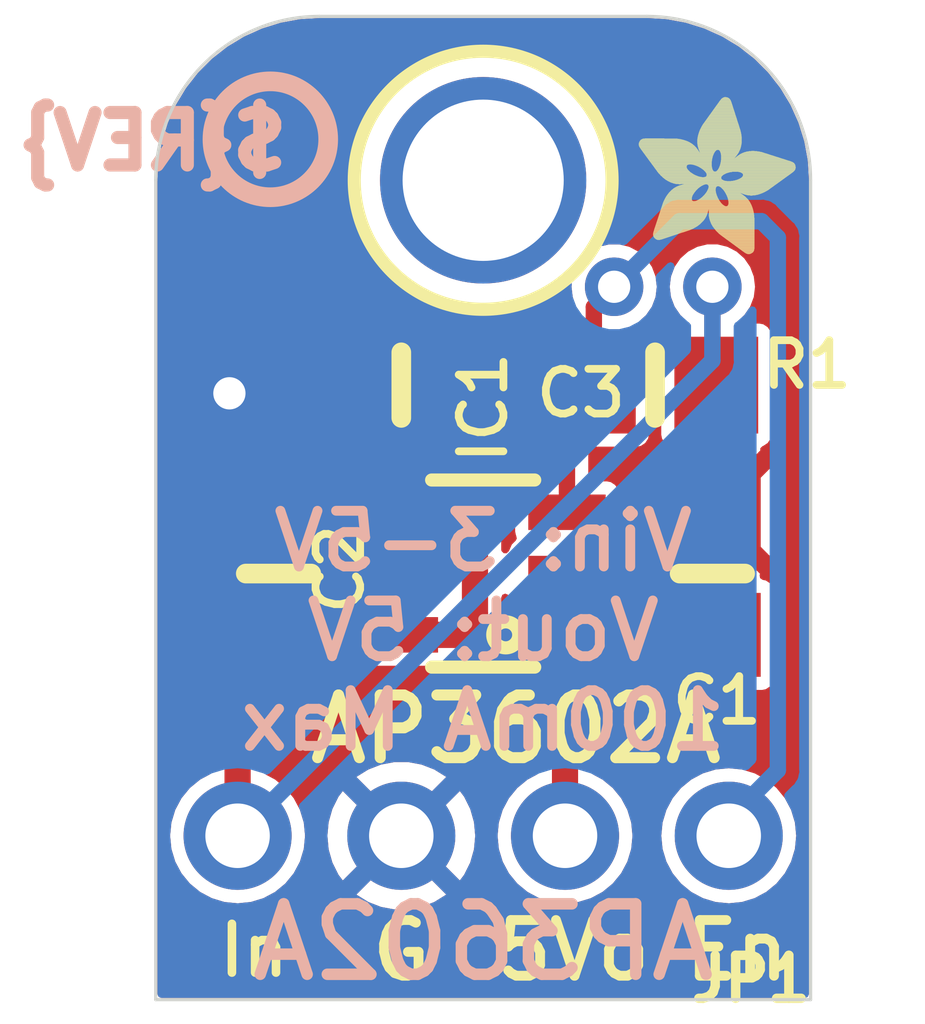
<source format=kicad_pcb>
(kicad_pcb (version 20221018) (generator pcbnew)
  (layers (0 "F.Cu" signal) (31 "B.Cu" signal) (34 "B.Paste" user) (35 "F.Paste" user) (36 "B.SilkS" user "B.Silkscreen") (37 "F.SilkS" user "F.Silkscreen") (38 "B.Mask" user) (39 "F.Mask" user) (44 "Edge.Cuts" user))
  (net 0 "")
  (net 1 "GND")
  (net 2 "VIN")
  (net 3 "N$1")
  (net 4 "N$2")
  (net 5 "5.0V")
  (net 6 "~{SHDN}")
  (footprint "working:0805-NO" (layer "F.Cu") (at 147.2311 103.0986)
    (fp_text reference "C3" (at 2.032 0.127) (layer "F.SilkS") (effects (font (size 0.692831 0.692831) (thickness 0.119969)) (justify left)))
    (fp_text value "1uF")
    (pad "1" smd rect (at -0.95 0) (size 1.3 1.5) (layers "F.Cu" "F.Paste" "F.Mask") (net 4 "N$2"))
    (pad "2" smd rect (at 0.95 0) (size 1.3 1.5) (layers "F.Cu" "F.Paste" "F.Mask") (net 3 "N$1"))
  )
  (footprint "working:0805-NO" (layer "F.Cu") (at 145.3261 106.0196 90)
    (fp_text reference "C2" (at 0.8255 0.9525 90) (layer "F.SilkS") (effects (font (size 0.692831 0.692831) (thickness 0.119969)) (justify right)))
    (fp_text value "10uF")
    (pad "1" smd rect (at -0.95 0 90) (size 1.3 1.5) (layers "F.Cu" "F.Paste" "F.Mask") (net 2 "VIN"))
    (pad "2" smd rect (at 0.95 0 90) (size 1.3 1.5) (layers "F.Cu" "F.Paste" "F.Mask") (net 1 "GND"))
  )
  (footprint "working:1X04_ROUND" (layer "F.Cu") (at 148.5011 110.0836 180)
    (fp_text reference "JP1" (at -5.1562 -1.8288 180) (layer "F.SilkS") (effects (font (size 0.666496 0.666496) (thickness 0.146304)) (justify right top)))
    (fp_text value "")
    (pad "1" thru_hole circle (at -3.81 0 270) (size 1.6764 1.6764) (drill 1) (layers "*.Cu" "*.Mask") (net 6 "~{SHDN}"))
    (pad "2" thru_hole circle (at -1.27 0 270) (size 1.6764 1.6764) (drill 1) (layers "*.Cu" "*.Mask") (net 5 "5.0V"))
    (pad "3" thru_hole circle (at 1.27 0 270) (size 1.6764 1.6764) (drill 1) (layers "*.Cu" "*.Mask") (net 1 "GND"))
    (pad "4" thru_hole circle (at 3.81 0 270) (size 1.6764 1.6764) (drill 1) (layers "*.Cu" "*.Mask") (net 2 "VIN"))
  )
  (footprint "working:MOUNTINGHOLE_2.5_PLATED" (layer "F.Cu") (at 148.5011 99.9236)
    (fp_text reference "U$9" hide)
    (fp_text value "MOUNTINGHOLE2.5" hide)
    (pad "P$1" thru_hole circle (at 0 0) (size 3.2 3.2) (drill 2.5) (layers "*.Cu" "*.Mask"))
    (zone (net 0) (net_name "") (layer "F.Cu") (connect_pads (clearance 0)) (min_thickness 0.25)
      (keepout (tracks not_allowed) (vias not_allowed) (pads not_allowed) (copperpour not_allowed) (footprints allowed))
      (fill (thermal_gap 0.5) (thermal_bridge_width 0.5))
      (polygon (pts (xy 150.5171 99.9236) (xy 150.49748 99.643027) (xy 150.439004 99.367915) (xy 150.342808 99.103619) (xy 150.210765 98.855283) (xy 150.045446 98.62774) (xy 149.850067 98.42542) (xy 149.628433 98.25226) (xy 149.384856 98.111631) (xy 149.124078 98.00627) (xy 148.851175 97.938228) (xy 148.571457 97.908828) (xy 148.290371 97.918644) (xy 148.013385 97.967484) (xy 147.745893 98.054397) (xy 147.4931 98.177693) (xy 147.259926 98.33497) (xy 147.050911 98.523169) (xy 146.870122 98.738625) (xy 146.721078 98.977145) (xy 146.60668 99.234087) (xy 146.529154 99.50445) (xy 146.490011 99.782971) (xy 146.490011 100.064229) (xy 146.529154 100.34275) (xy 146.60668 100.613113) (xy 146.721078 100.870055) (xy 146.870122 101.108575) (xy 147.050911 101.324031) (xy 147.259926 101.51223) (xy 147.4931 101.669507) (xy 147.745893 101.792803) (xy 148.013385 101.879716) (xy 148.290371 101.928556) (xy 148.571457 101.938372) (xy 148.851175 101.908972) (xy 149.124078 101.84093) (xy 149.384856 101.735569) (xy 149.628433 101.59494) (xy 149.850067 101.42178) (xy 150.045446 101.21946) (xy 150.210765 100.991917) (xy 150.342808 100.743581) (xy 150.439004 100.479285) (xy 150.49748 100.204173)))
      (polygon (pts (xy 148.4851 99.9236) (xy 148.489786 99.934914) (xy 148.5011 99.9396) (xy 148.512414 99.934914) (xy 148.5171 99.9236) (xy 148.512414 99.912286) (xy 148.5011 99.9076) (xy 148.489786 99.912286)))
    )
    (zone (net 0) (net_name "") (layer "B.Cu") (connect_pads (clearance 0)) (min_thickness 0.25)
      (keepout (tracks not_allowed) (vias not_allowed) (pads not_allowed) (copperpour not_allowed) (footprints allowed))
      (fill (thermal_gap 0.5) (thermal_bridge_width 0.5))
      (polygon (pts (xy 150.5171 99.9236) (xy 150.49748 99.643027) (xy 150.439004 99.367915) (xy 150.342808 99.103619) (xy 150.210765 98.855283) (xy 150.045446 98.62774) (xy 149.850067 98.42542) (xy 149.628433 98.25226) (xy 149.384856 98.111631) (xy 149.124078 98.00627) (xy 148.851175 97.938228) (xy 148.571457 97.908828) (xy 148.290371 97.918644) (xy 148.013385 97.967484) (xy 147.745893 98.054397) (xy 147.4931 98.177693) (xy 147.259926 98.33497) (xy 147.050911 98.523169) (xy 146.870122 98.738625) (xy 146.721078 98.977145) (xy 146.60668 99.234087) (xy 146.529154 99.50445) (xy 146.490011 99.782971) (xy 146.490011 100.064229) (xy 146.529154 100.34275) (xy 146.60668 100.613113) (xy 146.721078 100.870055) (xy 146.870122 101.108575) (xy 147.050911 101.324031) (xy 147.259926 101.51223) (xy 147.4931 101.669507) (xy 147.745893 101.792803) (xy 148.013385 101.879716) (xy 148.290371 101.928556) (xy 148.571457 101.938372) (xy 148.851175 101.908972) (xy 149.124078 101.84093) (xy 149.384856 101.735569) (xy 149.628433 101.59494) (xy 149.850067 101.42178) (xy 150.045446 101.21946) (xy 150.210765 100.991917) (xy 150.342808 100.743581) (xy 150.439004 100.479285) (xy 150.49748 100.204173)))
      (polygon (pts (xy 148.4851 99.9236) (xy 148.489786 99.934914) (xy 148.5011 99.9396) (xy 148.512414 99.934914) (xy 148.5171 99.9236) (xy 148.512414 99.912286) (xy 148.5011 99.9076) (xy 148.489786 99.912286)))
    )
  )
  (footprint "working:0805-NO" (layer "F.Cu") (at 152.0571 106.0196 90)
    (fp_text reference "C1" (at -1.9685 0.8255) (layer "F.SilkS") (effects (font (size 0.692831 0.692831) (thickness 0.119969)) (justify right)))
    (fp_text value "10uF")
    (pad "1" smd rect (at -0.95 0 90) (size 1.3 1.5) (layers "F.Cu" "F.Paste" "F.Mask") (net 5 "5.0V"))
    (pad "2" smd rect (at 0.95 0 90) (size 1.3 1.5) (layers "F.Cu" "F.Paste" "F.Mask") (net 1 "GND"))
  )
  (footprint "working:FIDUCIAL_1MM" (layer "F.Cu") (at 144.9451 99.9236)
    (fp_text reference "FID1" hide)
    (fp_text value "FIDUCIAL\"\"" hide)
    (pad "1" smd roundrect (at 0 0) (size 1 1) (layers "F.Cu" "F.Mask") (roundrect_rratio 0.5))
  )
  (footprint "working:ADAFRUIT_2.5MM" (layer "F.Cu") (at 150.9141 101.0666)
    (fp_text reference "U$11" hide)
    (fp_text value "" hide)
  )
  (footprint "working:SOT23-6" (layer "F.Cu") (at 148.5011 106.0196 90)
    (fp_text reference "IC1" (at 1.651 0 90) (layer "F.SilkS") (effects (font (size 0.692831 0.692831) (thickness 0.119969)) (justify left)))
    (fp_text value "AP3602")
    (pad "1" smd rect (at -0.95 1.3 90) (size 0.55 1.2) (layers "F.Cu" "F.Paste" "F.Mask") (net 5 "5.0V"))
    (pad "2" smd rect (at 0 1.3 90) (size 0.55 1.2) (layers "F.Cu" "F.Paste" "F.Mask") (net 1 "GND"))
    (pad "3" smd rect (at 0.95 1.3 90) (size 0.55 1.2) (layers "F.Cu" "F.Paste" "F.Mask") (net 6 "~{SHDN}"))
    (pad "4" smd rect (at 0.95 -1.3 90) (size 0.55 1.2) (layers "F.Cu" "F.Paste" "F.Mask") (net 4 "N$2"))
    (pad "5" smd rect (at 0 -1.3 90) (size 0.55 1.2) (layers "F.Cu" "F.Paste" "F.Mask") (net 2 "VIN"))
    (pad "6" smd rect (at -0.95 -1.3 90) (size 0.55 1.2) (layers "F.Cu" "F.Paste" "F.Mask") (net 3 "N$1"))
  )
  (footprint "working:0805-NO" (layer "F.Cu") (at 151.1681 103.0986 180)
    (fp_text reference "R1" (at -3.1115 0.3175) (layer "F.SilkS") (effects (font (size 0.692831 0.692831) (thickness 0.119969)) (justify right)))
    (fp_text value "100K")
    (pad "1" smd rect (at -0.95 0 180) (size 1.3 1.5) (layers "F.Cu" "F.Paste" "F.Mask") (net 2 "VIN"))
    (pad "2" smd rect (at 0.95 0 180) (size 1.3 1.5) (layers "F.Cu" "F.Paste" "F.Mask") (net 6 "~{SHDN}"))
  )
  (footprint "working:PCBFEAT-REV-040" (layer "B.Cu") (at 145.1991 99.2886 180)
    (fp_text reference "U$10" hide)
    (fp_text value "" hide)
    (fp_text user "${REV}" (at -0.3556 -0.508) (layer "B.SilkS") (effects (font (size 0.8128 0.8128) (thickness 0.2032)) (justify left bottom mirror)))
  )
  (gr_line (start 143.4211 112.6236) (end 143.4211 99.9236) (stroke (width 0.05)) (layer "Edge.Cuts"))
  (gr_arc (start 143.4211 99.9236) (mid 144.165049 98.127549) (end 145.9611 97.3836) (stroke (width 0.05)) (layer "Edge.Cuts"))
  (gr_line (start 153.5811 112.6236) (end 143.4211 112.6236) (stroke (width 0.05)) (layer "Edge.Cuts"))
  (gr_arc (start 151.0411 97.3836) (mid 152.837151 98.127549) (end 153.5811 99.9236) (stroke (width 0.05)) (layer "Edge.Cuts"))
  (gr_line (start 145.9611 97.3836) (end 151.0411 97.3836) (stroke (width 0.05)) (layer "Edge.Cuts"))
  (gr_line (start 153.5811 99.9236) (end 153.5811 112.6236) (stroke (width 0.05)) (layer "Edge.Cuts"))
  (gr_text "AP3602A" (at 148.5011 111.7346) (layer "B.SilkS") (effects (font (size 1.0922 1.0922) (thickness 0.1778)) (justify mirror)))
  (gr_text "Vin: 3-5V\nVout: 5V\n100mA Max" (at 148.5011 106.9086) (layer "B.SilkS") (effects (font (size 0.8636 0.8636) (thickness 0.1524)) (justify mirror)))
  (gr_text "AP3602A" (at 149.0091 108.4326) (layer "F.SilkS") (effects (font (size 0.97155 0.97155) (thickness 0.17145))))
  (gr_text "G" (at 147.2311 111.8616) (layer "F.SilkS") (effects (font (size 0.8636 0.8636) (thickness 0.1524))))
  (gr_text "In" (at 144.9451 111.8616) (layer "F.SilkS") (effects (font (size 0.75565 0.75565) (thickness 0.13335))))
  (gr_text "5Vo" (at 149.8981 111.8616) (layer "F.SilkS") (effects (font (size 0.8636 0.8636) (thickness 0.1524))))
  (gr_text "En" (at 152.4381 111.8616) (layer "F.SilkS") (effects (font (size 0.8636 0.8636) (thickness 0.1524))))
  (via (at 144.5641 103.2256) (size 0.9064) (drill 0.5) (layers "F.Cu" "B.Cu") (net 1))
  (segment (start 144.6911 110.0836) (end 144.6911 107.6046) (width 0.4064) (layer "F.Cu") (net 2))
  (segment (start 145.6461 106.9696) (end 146.5961 106.0196) (width 0.4064) (layer "F.Cu") (net 2))
  (segment (start 152.1181 103.0986) (end 152.0571 103.0376) (width 0.254) (layer "F.Cu") (net 2))
  (segment (start 144.6911 107.6046) (end 145.3261 106.9696) (width 0.4064) (layer "F.Cu") (net 2))
  (segment (start 145.3261 106.9696) (end 145.6461 106.9696) (width 0.4064) (layer "F.Cu") (net 2))
  (segment (start 146.5961 106.0196) (end 147.2011 106.0196) (width 0.4064) (layer "F.Cu") (net 2))
  (segment (start 152.0571 103.0376) (end 152.0571 101.5746) (width 0.254) (layer "F.Cu") (net 2))
  (via (at 152.0571 101.5746) (size 0.9064) (drill 0.5) (layers "F.Cu" "B.Cu") (net 2))
  (segment (start 144.6911 110.0836) (end 152.0571 102.7176) (width 0.254) (layer "B.Cu") (net 2))
  (segment (start 152.0571 102.7176) (end 152.0571 101.5746) (width 0.254) (layer "B.Cu") (net 2))
  (segment (start 148.3741 106.6546) (end 148.3741 103.2916) (width 0.4064) (layer "F.Cu") (net 3))
  (segment (start 148.0591 106.9696) (end 148.3741 106.6546) (width 0.4064) (layer "F.Cu") (net 3))
  (segment (start 148.3741 103.2916) (end 148.1811 103.0986) (width 0.4064) (layer "F.Cu") (net 3))
  (segment (start 147.2011 106.9696) (end 148.0591 106.9696) (width 0.4064) (layer "F.Cu") (net 3))
  (segment (start 147.2011 104.7196) (end 146.2811 103.7996) (width 0.4064) (layer "F.Cu") (net 4))
  (segment (start 146.2811 103.7996) (end 146.2811 103.0986) (width 0.4064) (layer "F.Cu") (net 4))
  (segment (start 147.2011 105.0696) (end 147.2011 104.7196) (width 0.4064) (layer "F.Cu") (net 4))
  (segment (start 149.7711 106.9996) (end 149.8011 106.9696) (width 0.4064) (layer "F.Cu") (net 5))
  (segment (start 149.7711 110.0836) (end 149.7711 106.9996) (width 0.4064) (layer "F.Cu") (net 5))
  (segment (start 149.8011 106.9696) (end 152.0571 106.9696) (width 0.4064) (layer "F.Cu") (net 5))
  (segment (start 150.2181 103.0986) (end 150.2181 101.8896) (width 0.254) (layer "F.Cu") (net 6))
  (segment (start 149.8011 105.0696) (end 149.8011 103.5156) (width 0.254) (layer "F.Cu") (net 6))
  (segment (start 150.2181 101.8896) (end 150.5331 101.5746) (width 0.254) (layer "F.Cu") (net 6))
  (segment (start 149.8011 103.5156) (end 150.2181 103.0986) (width 0.254) (layer "F.Cu") (net 6))
  (via (at 150.5331 101.5746) (size 0.9064) (drill 0.5) (layers "F.Cu" "B.Cu") (net 6))
  (segment (start 153.0731 100.8126) (end 153.0731 109.0676) (width 0.254) (layer "B.Cu") (net 6))
  (segment (start 150.5331 101.5746) (end 151.5491 100.5586) (width 0.254) (layer "B.Cu") (net 6))
  (segment (start 151.5491 100.5586) (end 152.8191 100.5586) (width 0.254) (layer "B.Cu") (net 6))
  (segment (start 152.3111 109.8296) (end 152.3111 110.0836) (width 0.254) (layer "B.Cu") (net 6))
  (segment (start 152.8191 100.5586) (end 153.0731 100.8126) (width 0.254) (layer "B.Cu") (net 6))
  (segment (start 153.0731 109.0676) (end 152.3111 109.8296) (width 0.254) (layer "B.Cu") (net 6))
  (zone (net 1) (net_name "GND") (layer "F.Cu") (priority 6) (connect_pads (clearance 0.000001)) (min_thickness 0.127) (fill yes (thermal_gap 0.304) (thermal_bridge_width 0.304))
    (polygon (pts (xy 153.7081 112.7506) (xy 143.2941 112.7506) (xy 143.2941 97.1296) (xy 153.7081 97.1296)))
  )
  (zone (net 1) (net_name "GND") (layer "B.Cu") (priority 6) (connect_pads (clearance 0.000001)) (min_thickness 0.127) (fill yes (thermal_gap 0.304) (thermal_bridge_width 0.304))
    (polygon (pts (xy 153.7081 112.7506) (xy 143.2941 112.7506) (xy 143.2941 97.1296) (xy 153.7081 97.1296)))
  )
)
</source>
